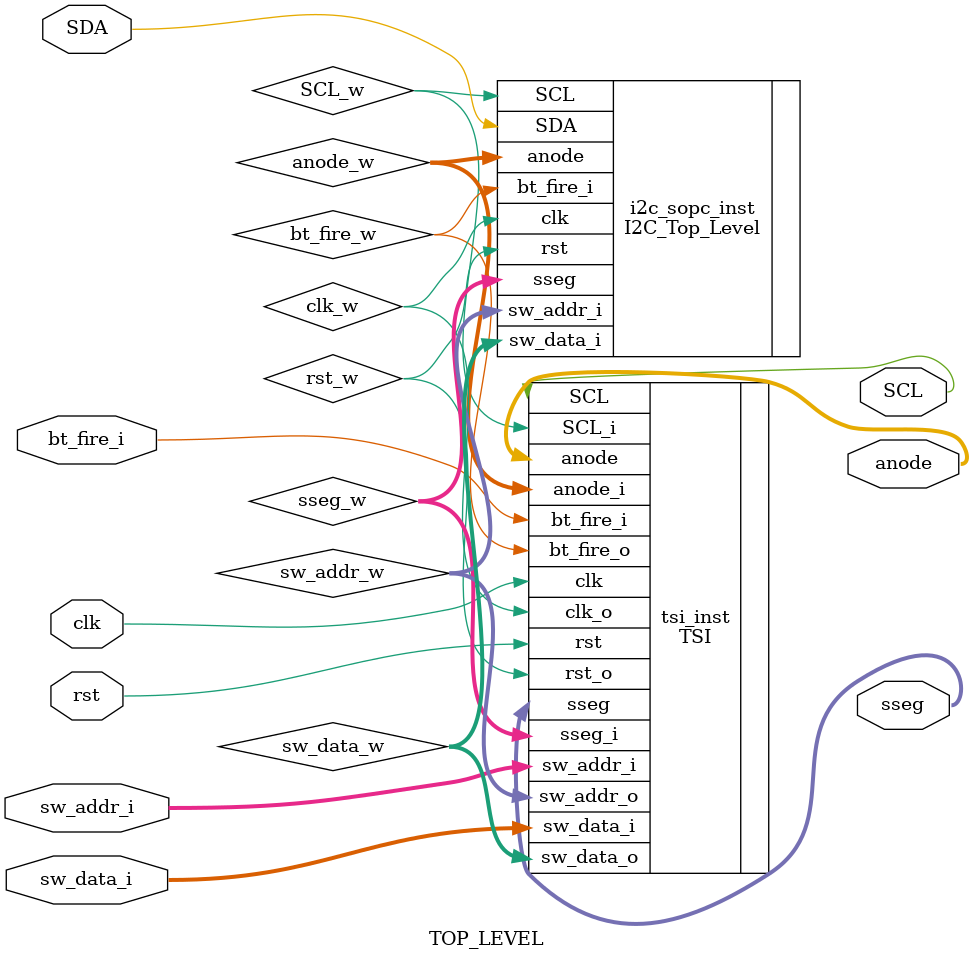
<source format=v>
`timescale 1ns / 1ps
module TOP_LEVEL(
    input  wire       clk,          // ON-BOARD clock
    input  wire       rst,          // BUTTON UP for reset signal
    input  wire       bt_fire_i,    // BUTTON DOWN for fire i2c transmission
    input  wire [6:0] sw_addr_i,    // SWITCHES[15:9]
    input  wire [7:0] sw_data_i,    // SWITCHES[ 7:0]
    
    inout  wire       SDA,          // Bidirectional on JA2
    output wire       SCL,          // Output on JA1
    output wire [7:0] anode,        // Seven Segment Anodes
    output wire [6:0] sseg          // Seven Segment display
);

    wire       clk_w;
    wire       rst_w;
    wire       bt_fire_w;
    wire [6:0] sw_addr_w;
    wire [7:0] sw_data_w;
    wire [7:0] anode_w;
    wire [6:0] sseg_w;
    wire       SCL_w;

    // I2C Instantiate
    I2C_Top_Level i2c_sopc_inst (
    .clk(clk_w),           // clock from TSI
    .rst(rst_w),           // clock from TSI
    .SCL(SCL_w),           // SCL to TSI
    .SDA(SDA),             // SDA to/from JA2
    .bt_fire_i(bt_fire_w), // fire input from TSI
    .sw_addr_i(sw_addr_w), // address input from TSI
    .sw_data_i(sw_data_w), // data input from TSI
    .anode(anode_w),       // anode output to TSI
    .sseg(sseg_w)          // sseg output to TSI
    );
    
    // TSI Instantiate
    TSI tsi_inst (
    .clk(clk),              // GLOBAL CLOCK
    .rst(rst),              // GLOBAL RESET
    .bt_fire_i(bt_fire_i),  // ON-BOARD BUTTON DOWN
    .sw_addr_i(sw_addr_i),  // ON-BOARD SWITCH[15:9]
    .sw_data_i(sw_data_i),  // ON-BOARD SWITCH[ 7:0] 
    
    .clk_o(clk_w),          // Clock from TSI to SOPC
    .rst_o(rst_w),          // Reset from TSI to SOPC
    .bt_fire_o(bt_fire_w),  // Fire from TSI to SOPC
    .sw_addr_o(sw_addr_w),  // Address from TSI to SOPC
    .sw_data_o(sw_data_w),  // Data from TSI to SOPC
    
    .SCL    (SCL),          // SCL from TSI to OUTSIDE
    .anode  (anode),        // anode from TSI to OUTSIDE
    .sseg   (sseg),         // sseg from TSI to OUTSIDE
    
    .SCL_i  (SCL_w),        // SCL from SOPC to TSI
    .anode_i(anode_w),      // anode from SOPC to TSI
    .sseg_i (sseg_w)        // sseg from SOPC to TSI
    );

endmodule

</source>
